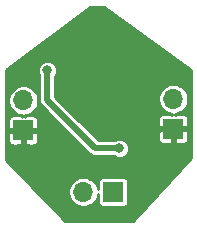
<source format=gbr>
%TF.GenerationSoftware,KiCad,Pcbnew,(5.1.6)-1*%
%TF.CreationDate,2022-09-13T14:07:30-04:00*%
%TF.ProjectId,soft-power-sw-simple,736f6674-2d70-46f7-9765-722d73772d73,rev?*%
%TF.SameCoordinates,Original*%
%TF.FileFunction,Copper,L2,Bot*%
%TF.FilePolarity,Positive*%
%FSLAX46Y46*%
G04 Gerber Fmt 4.6, Leading zero omitted, Abs format (unit mm)*
G04 Created by KiCad (PCBNEW (5.1.6)-1) date 2022-09-13 14:07:30*
%MOMM*%
%LPD*%
G01*
G04 APERTURE LIST*
%TA.AperFunction,ComponentPad*%
%ADD10R,1.700000X1.700000*%
%TD*%
%TA.AperFunction,ComponentPad*%
%ADD11O,1.700000X1.700000*%
%TD*%
%TA.AperFunction,ViaPad*%
%ADD12C,0.800000*%
%TD*%
%TA.AperFunction,Conductor*%
%ADD13C,0.500000*%
%TD*%
%TA.AperFunction,Conductor*%
%ADD14C,0.254000*%
%TD*%
G04 APERTURE END LIST*
D10*
%TO.P,J1,1*%
%TO.N,GND*%
X137922000Y-101727000D03*
D11*
%TO.P,J1,2*%
%TO.N,Net-(J1-Pad2)*%
X137922000Y-99187000D03*
%TD*%
%TO.P,J2,2*%
%TO.N,Net-(C1-Pad1)*%
X143002000Y-106934000D03*
D10*
%TO.P,J2,1*%
%TO.N,Net-(J2-Pad1)*%
X145542000Y-106934000D03*
%TD*%
%TO.P,J3,1*%
%TO.N,GND*%
X150622000Y-101600000D03*
D11*
%TO.P,J3,2*%
%TO.N,Net-(J3-Pad2)*%
X150622000Y-99060000D03*
%TD*%
D12*
%TO.N,Net-(J2-Pad1)*%
X139954000Y-96647000D03*
X146050000Y-103251000D03*
%TD*%
D13*
%TO.N,Net-(J2-Pad1)*%
X139954000Y-96647000D02*
X139954000Y-99187000D01*
X139954000Y-99187000D02*
X144018000Y-103251000D01*
X144018000Y-103251000D02*
X146050000Y-103251000D01*
%TD*%
D14*
%TO.N,GND*%
G36*
X152075001Y-96622047D02*
G01*
X152075000Y-104092253D01*
X147247050Y-109403000D01*
X141417559Y-109403000D01*
X138943472Y-106808226D01*
X141725000Y-106808226D01*
X141725000Y-107059774D01*
X141774074Y-107306487D01*
X141870337Y-107538886D01*
X142010089Y-107748040D01*
X142187960Y-107925911D01*
X142397114Y-108065663D01*
X142629513Y-108161926D01*
X142876226Y-108211000D01*
X143127774Y-108211000D01*
X143374487Y-108161926D01*
X143606886Y-108065663D01*
X143816040Y-107925911D01*
X143993911Y-107748040D01*
X144133663Y-107538886D01*
X144229926Y-107306487D01*
X144262934Y-107140544D01*
X144262934Y-107784000D01*
X144271178Y-107867707D01*
X144295595Y-107948196D01*
X144335245Y-108022376D01*
X144388605Y-108087395D01*
X144453624Y-108140755D01*
X144527804Y-108180405D01*
X144608293Y-108204822D01*
X144692000Y-108213066D01*
X146392000Y-108213066D01*
X146475707Y-108204822D01*
X146556196Y-108180405D01*
X146630376Y-108140755D01*
X146695395Y-108087395D01*
X146748755Y-108022376D01*
X146788405Y-107948196D01*
X146812822Y-107867707D01*
X146821066Y-107784000D01*
X146821066Y-106084000D01*
X146812822Y-106000293D01*
X146788405Y-105919804D01*
X146748755Y-105845624D01*
X146695395Y-105780605D01*
X146630376Y-105727245D01*
X146556196Y-105687595D01*
X146475707Y-105663178D01*
X146392000Y-105654934D01*
X144692000Y-105654934D01*
X144608293Y-105663178D01*
X144527804Y-105687595D01*
X144453624Y-105727245D01*
X144388605Y-105780605D01*
X144335245Y-105845624D01*
X144295595Y-105919804D01*
X144271178Y-106000293D01*
X144262934Y-106084000D01*
X144262934Y-106727456D01*
X144229926Y-106561513D01*
X144133663Y-106329114D01*
X143993911Y-106119960D01*
X143816040Y-105942089D01*
X143606886Y-105802337D01*
X143374487Y-105706074D01*
X143127774Y-105657000D01*
X142876226Y-105657000D01*
X142629513Y-105706074D01*
X142397114Y-105802337D01*
X142187960Y-105942089D01*
X142010089Y-106119960D01*
X141870337Y-106329114D01*
X141774074Y-106561513D01*
X141725000Y-106808226D01*
X138943472Y-106808226D01*
X136469000Y-104213049D01*
X136469000Y-102577000D01*
X136642934Y-102577000D01*
X136651178Y-102660707D01*
X136675595Y-102741196D01*
X136715245Y-102815376D01*
X136768605Y-102880395D01*
X136833624Y-102933755D01*
X136907804Y-102973405D01*
X136988293Y-102997822D01*
X137072000Y-103006066D01*
X137688250Y-103004000D01*
X137795000Y-102897250D01*
X137795000Y-101854000D01*
X138049000Y-101854000D01*
X138049000Y-102897250D01*
X138155750Y-103004000D01*
X138772000Y-103006066D01*
X138855707Y-102997822D01*
X138936196Y-102973405D01*
X139010376Y-102933755D01*
X139075395Y-102880395D01*
X139128755Y-102815376D01*
X139168405Y-102741196D01*
X139192822Y-102660707D01*
X139201066Y-102577000D01*
X139199000Y-101960750D01*
X139092250Y-101854000D01*
X138049000Y-101854000D01*
X137795000Y-101854000D01*
X136751750Y-101854000D01*
X136645000Y-101960750D01*
X136642934Y-102577000D01*
X136469000Y-102577000D01*
X136469000Y-100877000D01*
X136642934Y-100877000D01*
X136645000Y-101493250D01*
X136751750Y-101600000D01*
X137795000Y-101600000D01*
X137795000Y-101580000D01*
X138049000Y-101580000D01*
X138049000Y-101600000D01*
X139092250Y-101600000D01*
X139199000Y-101493250D01*
X139201066Y-100877000D01*
X139192822Y-100793293D01*
X139168405Y-100712804D01*
X139128755Y-100638624D01*
X139075395Y-100573605D01*
X139010376Y-100520245D01*
X138936196Y-100480595D01*
X138855707Y-100456178D01*
X138772000Y-100447934D01*
X138155750Y-100450000D01*
X138049002Y-100556748D01*
X138049002Y-100463756D01*
X138294487Y-100414926D01*
X138526886Y-100318663D01*
X138736040Y-100178911D01*
X138913911Y-100001040D01*
X139053663Y-99791886D01*
X139149926Y-99559487D01*
X139199000Y-99312774D01*
X139199000Y-99061226D01*
X139149926Y-98814513D01*
X139053663Y-98582114D01*
X138913911Y-98372960D01*
X138736040Y-98195089D01*
X138526886Y-98055337D01*
X138294487Y-97959074D01*
X138047774Y-97910000D01*
X137796226Y-97910000D01*
X137549513Y-97959074D01*
X137317114Y-98055337D01*
X137107960Y-98195089D01*
X136930089Y-98372960D01*
X136790337Y-98582114D01*
X136694074Y-98814513D01*
X136645000Y-99061226D01*
X136645000Y-99312774D01*
X136694074Y-99559487D01*
X136790337Y-99791886D01*
X136930089Y-100001040D01*
X137107960Y-100178911D01*
X137317114Y-100318663D01*
X137549513Y-100414926D01*
X137794998Y-100463756D01*
X137794998Y-100556748D01*
X137688250Y-100450000D01*
X137072000Y-100447934D01*
X136988293Y-100456178D01*
X136907804Y-100480595D01*
X136833624Y-100520245D01*
X136768605Y-100573605D01*
X136715245Y-100638624D01*
X136675595Y-100712804D01*
X136651178Y-100793293D01*
X136642934Y-100877000D01*
X136469000Y-100877000D01*
X136469000Y-96617449D01*
X136537414Y-96565548D01*
X139127000Y-96565548D01*
X139127000Y-96728452D01*
X139158782Y-96888227D01*
X139221123Y-97038731D01*
X139277000Y-97122357D01*
X139277001Y-99153746D01*
X139273726Y-99187000D01*
X139286796Y-99319714D01*
X139325508Y-99447329D01*
X139388372Y-99564940D01*
X139451776Y-99642198D01*
X139451779Y-99642201D01*
X139472974Y-99668027D01*
X139498800Y-99689222D01*
X143515778Y-103706201D01*
X143536973Y-103732027D01*
X143640059Y-103816628D01*
X143757670Y-103879492D01*
X143885285Y-103918204D01*
X143984748Y-103928000D01*
X143984755Y-103928000D01*
X144018000Y-103931274D01*
X144051245Y-103928000D01*
X145574643Y-103928000D01*
X145658269Y-103983877D01*
X145808773Y-104046218D01*
X145968548Y-104078000D01*
X146131452Y-104078000D01*
X146291227Y-104046218D01*
X146441731Y-103983877D01*
X146577181Y-103893372D01*
X146692372Y-103778181D01*
X146782877Y-103642731D01*
X146845218Y-103492227D01*
X146877000Y-103332452D01*
X146877000Y-103169548D01*
X146845218Y-103009773D01*
X146782877Y-102859269D01*
X146692372Y-102723819D01*
X146577181Y-102608628D01*
X146441731Y-102518123D01*
X146291227Y-102455782D01*
X146262160Y-102450000D01*
X149342934Y-102450000D01*
X149351178Y-102533707D01*
X149375595Y-102614196D01*
X149415245Y-102688376D01*
X149468605Y-102753395D01*
X149533624Y-102806755D01*
X149607804Y-102846405D01*
X149688293Y-102870822D01*
X149772000Y-102879066D01*
X150388250Y-102877000D01*
X150495000Y-102770250D01*
X150495000Y-101727000D01*
X150749000Y-101727000D01*
X150749000Y-102770250D01*
X150855750Y-102877000D01*
X151472000Y-102879066D01*
X151555707Y-102870822D01*
X151636196Y-102846405D01*
X151710376Y-102806755D01*
X151775395Y-102753395D01*
X151828755Y-102688376D01*
X151868405Y-102614196D01*
X151892822Y-102533707D01*
X151901066Y-102450000D01*
X151899000Y-101833750D01*
X151792250Y-101727000D01*
X150749000Y-101727000D01*
X150495000Y-101727000D01*
X149451750Y-101727000D01*
X149345000Y-101833750D01*
X149342934Y-102450000D01*
X146262160Y-102450000D01*
X146131452Y-102424000D01*
X145968548Y-102424000D01*
X145808773Y-102455782D01*
X145658269Y-102518123D01*
X145574643Y-102574000D01*
X144298423Y-102574000D01*
X142474423Y-100750000D01*
X149342934Y-100750000D01*
X149345000Y-101366250D01*
X149451750Y-101473000D01*
X150495000Y-101473000D01*
X150495000Y-101453000D01*
X150749000Y-101453000D01*
X150749000Y-101473000D01*
X151792250Y-101473000D01*
X151899000Y-101366250D01*
X151901066Y-100750000D01*
X151892822Y-100666293D01*
X151868405Y-100585804D01*
X151828755Y-100511624D01*
X151775395Y-100446605D01*
X151710376Y-100393245D01*
X151636196Y-100353595D01*
X151555707Y-100329178D01*
X151472000Y-100320934D01*
X150855750Y-100323000D01*
X150749002Y-100429748D01*
X150749002Y-100336756D01*
X150994487Y-100287926D01*
X151226886Y-100191663D01*
X151436040Y-100051911D01*
X151613911Y-99874040D01*
X151753663Y-99664886D01*
X151849926Y-99432487D01*
X151899000Y-99185774D01*
X151899000Y-98934226D01*
X151849926Y-98687513D01*
X151753663Y-98455114D01*
X151613911Y-98245960D01*
X151436040Y-98068089D01*
X151226886Y-97928337D01*
X150994487Y-97832074D01*
X150747774Y-97783000D01*
X150496226Y-97783000D01*
X150249513Y-97832074D01*
X150017114Y-97928337D01*
X149807960Y-98068089D01*
X149630089Y-98245960D01*
X149490337Y-98455114D01*
X149394074Y-98687513D01*
X149345000Y-98934226D01*
X149345000Y-99185774D01*
X149394074Y-99432487D01*
X149490337Y-99664886D01*
X149630089Y-99874040D01*
X149807960Y-100051911D01*
X150017114Y-100191663D01*
X150249513Y-100287926D01*
X150494998Y-100336756D01*
X150494998Y-100429748D01*
X150388250Y-100323000D01*
X149772000Y-100320934D01*
X149688293Y-100329178D01*
X149607804Y-100353595D01*
X149533624Y-100393245D01*
X149468605Y-100446605D01*
X149415245Y-100511624D01*
X149375595Y-100585804D01*
X149351178Y-100666293D01*
X149342934Y-100750000D01*
X142474423Y-100750000D01*
X140631000Y-98906578D01*
X140631000Y-97122357D01*
X140686877Y-97038731D01*
X140749218Y-96888227D01*
X140781000Y-96728452D01*
X140781000Y-96565548D01*
X140749218Y-96405773D01*
X140686877Y-96255269D01*
X140596372Y-96119819D01*
X140481181Y-96004628D01*
X140345731Y-95914123D01*
X140195227Y-95851782D01*
X140035452Y-95820000D01*
X139872548Y-95820000D01*
X139712773Y-95851782D01*
X139562269Y-95914123D01*
X139426819Y-96004628D01*
X139311628Y-96119819D01*
X139221123Y-96255269D01*
X139158782Y-96405773D01*
X139127000Y-96565548D01*
X136537414Y-96565548D01*
X143535047Y-91257000D01*
X144759030Y-91257000D01*
X152075001Y-96622047D01*
G37*
X152075001Y-96622047D02*
X152075000Y-104092253D01*
X147247050Y-109403000D01*
X141417559Y-109403000D01*
X138943472Y-106808226D01*
X141725000Y-106808226D01*
X141725000Y-107059774D01*
X141774074Y-107306487D01*
X141870337Y-107538886D01*
X142010089Y-107748040D01*
X142187960Y-107925911D01*
X142397114Y-108065663D01*
X142629513Y-108161926D01*
X142876226Y-108211000D01*
X143127774Y-108211000D01*
X143374487Y-108161926D01*
X143606886Y-108065663D01*
X143816040Y-107925911D01*
X143993911Y-107748040D01*
X144133663Y-107538886D01*
X144229926Y-107306487D01*
X144262934Y-107140544D01*
X144262934Y-107784000D01*
X144271178Y-107867707D01*
X144295595Y-107948196D01*
X144335245Y-108022376D01*
X144388605Y-108087395D01*
X144453624Y-108140755D01*
X144527804Y-108180405D01*
X144608293Y-108204822D01*
X144692000Y-108213066D01*
X146392000Y-108213066D01*
X146475707Y-108204822D01*
X146556196Y-108180405D01*
X146630376Y-108140755D01*
X146695395Y-108087395D01*
X146748755Y-108022376D01*
X146788405Y-107948196D01*
X146812822Y-107867707D01*
X146821066Y-107784000D01*
X146821066Y-106084000D01*
X146812822Y-106000293D01*
X146788405Y-105919804D01*
X146748755Y-105845624D01*
X146695395Y-105780605D01*
X146630376Y-105727245D01*
X146556196Y-105687595D01*
X146475707Y-105663178D01*
X146392000Y-105654934D01*
X144692000Y-105654934D01*
X144608293Y-105663178D01*
X144527804Y-105687595D01*
X144453624Y-105727245D01*
X144388605Y-105780605D01*
X144335245Y-105845624D01*
X144295595Y-105919804D01*
X144271178Y-106000293D01*
X144262934Y-106084000D01*
X144262934Y-106727456D01*
X144229926Y-106561513D01*
X144133663Y-106329114D01*
X143993911Y-106119960D01*
X143816040Y-105942089D01*
X143606886Y-105802337D01*
X143374487Y-105706074D01*
X143127774Y-105657000D01*
X142876226Y-105657000D01*
X142629513Y-105706074D01*
X142397114Y-105802337D01*
X142187960Y-105942089D01*
X142010089Y-106119960D01*
X141870337Y-106329114D01*
X141774074Y-106561513D01*
X141725000Y-106808226D01*
X138943472Y-106808226D01*
X136469000Y-104213049D01*
X136469000Y-102577000D01*
X136642934Y-102577000D01*
X136651178Y-102660707D01*
X136675595Y-102741196D01*
X136715245Y-102815376D01*
X136768605Y-102880395D01*
X136833624Y-102933755D01*
X136907804Y-102973405D01*
X136988293Y-102997822D01*
X137072000Y-103006066D01*
X137688250Y-103004000D01*
X137795000Y-102897250D01*
X137795000Y-101854000D01*
X138049000Y-101854000D01*
X138049000Y-102897250D01*
X138155750Y-103004000D01*
X138772000Y-103006066D01*
X138855707Y-102997822D01*
X138936196Y-102973405D01*
X139010376Y-102933755D01*
X139075395Y-102880395D01*
X139128755Y-102815376D01*
X139168405Y-102741196D01*
X139192822Y-102660707D01*
X139201066Y-102577000D01*
X139199000Y-101960750D01*
X139092250Y-101854000D01*
X138049000Y-101854000D01*
X137795000Y-101854000D01*
X136751750Y-101854000D01*
X136645000Y-101960750D01*
X136642934Y-102577000D01*
X136469000Y-102577000D01*
X136469000Y-100877000D01*
X136642934Y-100877000D01*
X136645000Y-101493250D01*
X136751750Y-101600000D01*
X137795000Y-101600000D01*
X137795000Y-101580000D01*
X138049000Y-101580000D01*
X138049000Y-101600000D01*
X139092250Y-101600000D01*
X139199000Y-101493250D01*
X139201066Y-100877000D01*
X139192822Y-100793293D01*
X139168405Y-100712804D01*
X139128755Y-100638624D01*
X139075395Y-100573605D01*
X139010376Y-100520245D01*
X138936196Y-100480595D01*
X138855707Y-100456178D01*
X138772000Y-100447934D01*
X138155750Y-100450000D01*
X138049002Y-100556748D01*
X138049002Y-100463756D01*
X138294487Y-100414926D01*
X138526886Y-100318663D01*
X138736040Y-100178911D01*
X138913911Y-100001040D01*
X139053663Y-99791886D01*
X139149926Y-99559487D01*
X139199000Y-99312774D01*
X139199000Y-99061226D01*
X139149926Y-98814513D01*
X139053663Y-98582114D01*
X138913911Y-98372960D01*
X138736040Y-98195089D01*
X138526886Y-98055337D01*
X138294487Y-97959074D01*
X138047774Y-97910000D01*
X137796226Y-97910000D01*
X137549513Y-97959074D01*
X137317114Y-98055337D01*
X137107960Y-98195089D01*
X136930089Y-98372960D01*
X136790337Y-98582114D01*
X136694074Y-98814513D01*
X136645000Y-99061226D01*
X136645000Y-99312774D01*
X136694074Y-99559487D01*
X136790337Y-99791886D01*
X136930089Y-100001040D01*
X137107960Y-100178911D01*
X137317114Y-100318663D01*
X137549513Y-100414926D01*
X137794998Y-100463756D01*
X137794998Y-100556748D01*
X137688250Y-100450000D01*
X137072000Y-100447934D01*
X136988293Y-100456178D01*
X136907804Y-100480595D01*
X136833624Y-100520245D01*
X136768605Y-100573605D01*
X136715245Y-100638624D01*
X136675595Y-100712804D01*
X136651178Y-100793293D01*
X136642934Y-100877000D01*
X136469000Y-100877000D01*
X136469000Y-96617449D01*
X136537414Y-96565548D01*
X139127000Y-96565548D01*
X139127000Y-96728452D01*
X139158782Y-96888227D01*
X139221123Y-97038731D01*
X139277000Y-97122357D01*
X139277001Y-99153746D01*
X139273726Y-99187000D01*
X139286796Y-99319714D01*
X139325508Y-99447329D01*
X139388372Y-99564940D01*
X139451776Y-99642198D01*
X139451779Y-99642201D01*
X139472974Y-99668027D01*
X139498800Y-99689222D01*
X143515778Y-103706201D01*
X143536973Y-103732027D01*
X143640059Y-103816628D01*
X143757670Y-103879492D01*
X143885285Y-103918204D01*
X143984748Y-103928000D01*
X143984755Y-103928000D01*
X144018000Y-103931274D01*
X144051245Y-103928000D01*
X145574643Y-103928000D01*
X145658269Y-103983877D01*
X145808773Y-104046218D01*
X145968548Y-104078000D01*
X146131452Y-104078000D01*
X146291227Y-104046218D01*
X146441731Y-103983877D01*
X146577181Y-103893372D01*
X146692372Y-103778181D01*
X146782877Y-103642731D01*
X146845218Y-103492227D01*
X146877000Y-103332452D01*
X146877000Y-103169548D01*
X146845218Y-103009773D01*
X146782877Y-102859269D01*
X146692372Y-102723819D01*
X146577181Y-102608628D01*
X146441731Y-102518123D01*
X146291227Y-102455782D01*
X146262160Y-102450000D01*
X149342934Y-102450000D01*
X149351178Y-102533707D01*
X149375595Y-102614196D01*
X149415245Y-102688376D01*
X149468605Y-102753395D01*
X149533624Y-102806755D01*
X149607804Y-102846405D01*
X149688293Y-102870822D01*
X149772000Y-102879066D01*
X150388250Y-102877000D01*
X150495000Y-102770250D01*
X150495000Y-101727000D01*
X150749000Y-101727000D01*
X150749000Y-102770250D01*
X150855750Y-102877000D01*
X151472000Y-102879066D01*
X151555707Y-102870822D01*
X151636196Y-102846405D01*
X151710376Y-102806755D01*
X151775395Y-102753395D01*
X151828755Y-102688376D01*
X151868405Y-102614196D01*
X151892822Y-102533707D01*
X151901066Y-102450000D01*
X151899000Y-101833750D01*
X151792250Y-101727000D01*
X150749000Y-101727000D01*
X150495000Y-101727000D01*
X149451750Y-101727000D01*
X149345000Y-101833750D01*
X149342934Y-102450000D01*
X146262160Y-102450000D01*
X146131452Y-102424000D01*
X145968548Y-102424000D01*
X145808773Y-102455782D01*
X145658269Y-102518123D01*
X145574643Y-102574000D01*
X144298423Y-102574000D01*
X142474423Y-100750000D01*
X149342934Y-100750000D01*
X149345000Y-101366250D01*
X149451750Y-101473000D01*
X150495000Y-101473000D01*
X150495000Y-101453000D01*
X150749000Y-101453000D01*
X150749000Y-101473000D01*
X151792250Y-101473000D01*
X151899000Y-101366250D01*
X151901066Y-100750000D01*
X151892822Y-100666293D01*
X151868405Y-100585804D01*
X151828755Y-100511624D01*
X151775395Y-100446605D01*
X151710376Y-100393245D01*
X151636196Y-100353595D01*
X151555707Y-100329178D01*
X151472000Y-100320934D01*
X150855750Y-100323000D01*
X150749002Y-100429748D01*
X150749002Y-100336756D01*
X150994487Y-100287926D01*
X151226886Y-100191663D01*
X151436040Y-100051911D01*
X151613911Y-99874040D01*
X151753663Y-99664886D01*
X151849926Y-99432487D01*
X151899000Y-99185774D01*
X151899000Y-98934226D01*
X151849926Y-98687513D01*
X151753663Y-98455114D01*
X151613911Y-98245960D01*
X151436040Y-98068089D01*
X151226886Y-97928337D01*
X150994487Y-97832074D01*
X150747774Y-97783000D01*
X150496226Y-97783000D01*
X150249513Y-97832074D01*
X150017114Y-97928337D01*
X149807960Y-98068089D01*
X149630089Y-98245960D01*
X149490337Y-98455114D01*
X149394074Y-98687513D01*
X149345000Y-98934226D01*
X149345000Y-99185774D01*
X149394074Y-99432487D01*
X149490337Y-99664886D01*
X149630089Y-99874040D01*
X149807960Y-100051911D01*
X150017114Y-100191663D01*
X150249513Y-100287926D01*
X150494998Y-100336756D01*
X150494998Y-100429748D01*
X150388250Y-100323000D01*
X149772000Y-100320934D01*
X149688293Y-100329178D01*
X149607804Y-100353595D01*
X149533624Y-100393245D01*
X149468605Y-100446605D01*
X149415245Y-100511624D01*
X149375595Y-100585804D01*
X149351178Y-100666293D01*
X149342934Y-100750000D01*
X142474423Y-100750000D01*
X140631000Y-98906578D01*
X140631000Y-97122357D01*
X140686877Y-97038731D01*
X140749218Y-96888227D01*
X140781000Y-96728452D01*
X140781000Y-96565548D01*
X140749218Y-96405773D01*
X140686877Y-96255269D01*
X140596372Y-96119819D01*
X140481181Y-96004628D01*
X140345731Y-95914123D01*
X140195227Y-95851782D01*
X140035452Y-95820000D01*
X139872548Y-95820000D01*
X139712773Y-95851782D01*
X139562269Y-95914123D01*
X139426819Y-96004628D01*
X139311628Y-96119819D01*
X139221123Y-96255269D01*
X139158782Y-96405773D01*
X139127000Y-96565548D01*
X136537414Y-96565548D01*
X143535047Y-91257000D01*
X144759030Y-91257000D01*
X152075001Y-96622047D01*
%TD*%
M02*

</source>
